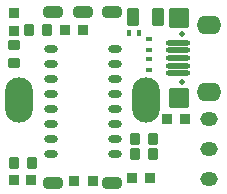
<source format=gbr>
%TF.GenerationSoftware,Altium Limited,Altium Designer,20.1.8 (145)*%
G04 Layer_Color=417716*
%FSLAX45Y45*%
%MOMM*%
%TF.SameCoordinates,AEC8D2B5-E39B-42F7-8311-7958ED8C9E32*%
%TF.FilePolarity,Negative*%
%TF.FileFunction,Soldermask,Bot*%
%TF.Part,Single*%
G01*
G75*
%TA.AperFunction,SMDPad,CuDef*%
G04:AMPARAMS|DCode=34|XSize=1.7mm|YSize=1.7mm|CornerRadius=0.058mm|HoleSize=0mm|Usage=FLASHONLY|Rotation=270.000|XOffset=0mm|YOffset=0mm|HoleType=Round|Shape=RoundedRectangle|*
%AMROUNDEDRECTD34*
21,1,1.70000,1.58400,0,0,270.0*
21,1,1.58400,1.70000,0,0,270.0*
1,1,0.11600,-0.79200,-0.79200*
1,1,0.11600,-0.79200,0.79200*
1,1,0.11600,0.79200,0.79200*
1,1,0.11600,0.79200,-0.79200*
%
%ADD34ROUNDEDRECTD34*%
%TA.AperFunction,ConnectorPad*%
G04:AMPARAMS|DCode=35|XSize=0.45mm|YSize=2.1mm|CornerRadius=0.225mm|HoleSize=0mm|Usage=FLASHONLY|Rotation=270.000|XOffset=0mm|YOffset=0mm|HoleType=Round|Shape=RoundedRectangle|*
%AMROUNDEDRECTD35*
21,1,0.45000,1.65000,0,0,270.0*
21,1,0.00000,2.10000,0,0,270.0*
1,1,0.45000,-0.82500,0.00000*
1,1,0.45000,-0.82500,0.00000*
1,1,0.45000,0.82500,0.00000*
1,1,0.45000,0.82500,0.00000*
%
%ADD35ROUNDEDRECTD35*%
%TA.AperFunction,SMDPad,CuDef*%
G04:AMPARAMS|DCode=36|XSize=0.5mm|YSize=0.4mm|CornerRadius=0.0515mm|HoleSize=0mm|Usage=FLASHONLY|Rotation=270.000|XOffset=0mm|YOffset=0mm|HoleType=Round|Shape=RoundedRectangle|*
%AMROUNDEDRECTD36*
21,1,0.50000,0.29700,0,0,270.0*
21,1,0.39700,0.40000,0,0,270.0*
1,1,0.10300,-0.14850,-0.19850*
1,1,0.10300,-0.14850,0.19850*
1,1,0.10300,0.14850,0.19850*
1,1,0.10300,0.14850,-0.19850*
%
%ADD36ROUNDEDRECTD36*%
G04:AMPARAMS|DCode=37|XSize=0.95mm|YSize=1.5mm|CornerRadius=0.05425mm|HoleSize=0mm|Usage=FLASHONLY|Rotation=180.000|XOffset=0mm|YOffset=0mm|HoleType=Round|Shape=RoundedRectangle|*
%AMROUNDEDRECTD37*
21,1,0.95000,1.39150,0,0,180.0*
21,1,0.84150,1.50000,0,0,180.0*
1,1,0.10850,-0.42075,0.69575*
1,1,0.10850,0.42075,0.69575*
1,1,0.10850,0.42075,-0.69575*
1,1,0.10850,-0.42075,-0.69575*
%
%ADD37ROUNDEDRECTD37*%
G04:AMPARAMS|DCode=38|XSize=0.9mm|YSize=0.8mm|CornerRadius=0.0535mm|HoleSize=0mm|Usage=FLASHONLY|Rotation=180.000|XOffset=0mm|YOffset=0mm|HoleType=Round|Shape=RoundedRectangle|*
%AMROUNDEDRECTD38*
21,1,0.90000,0.69300,0,0,180.0*
21,1,0.79300,0.80000,0,0,180.0*
1,1,0.10700,-0.39650,0.34650*
1,1,0.10700,0.39650,0.34650*
1,1,0.10700,0.39650,-0.34650*
1,1,0.10700,-0.39650,-0.34650*
%
%ADD38ROUNDEDRECTD38*%
G04:AMPARAMS|DCode=39|XSize=0.95mm|YSize=0.85mm|CornerRadius=0.05375mm|HoleSize=0mm|Usage=FLASHONLY|Rotation=90.000|XOffset=0mm|YOffset=0mm|HoleType=Round|Shape=RoundedRectangle|*
%AMROUNDEDRECTD39*
21,1,0.95000,0.74250,0,0,90.0*
21,1,0.84250,0.85000,0,0,90.0*
1,1,0.10750,0.37125,0.42125*
1,1,0.10750,0.37125,-0.42125*
1,1,0.10750,-0.37125,-0.42125*
1,1,0.10750,-0.37125,0.42125*
%
%ADD39ROUNDEDRECTD39*%
G04:AMPARAMS|DCode=40|XSize=0.9mm|YSize=0.8mm|CornerRadius=0.0535mm|HoleSize=0mm|Usage=FLASHONLY|Rotation=90.000|XOffset=0mm|YOffset=0mm|HoleType=Round|Shape=RoundedRectangle|*
%AMROUNDEDRECTD40*
21,1,0.90000,0.69300,0,0,90.0*
21,1,0.79300,0.80000,0,0,90.0*
1,1,0.10700,0.34650,0.39650*
1,1,0.10700,0.34650,-0.39650*
1,1,0.10700,-0.34650,-0.39650*
1,1,0.10700,-0.34650,0.39650*
%
%ADD40ROUNDEDRECTD40*%
%TA.AperFunction,ConnectorPad*%
G04:AMPARAMS|DCode=41|XSize=0.9mm|YSize=0.8mm|CornerRadius=0.0535mm|HoleSize=0mm|Usage=FLASHONLY|Rotation=90.000|XOffset=0mm|YOffset=0mm|HoleType=Round|Shape=RoundedRectangle|*
%AMROUNDEDRECTD41*
21,1,0.90000,0.69300,0,0,90.0*
21,1,0.79300,0.80000,0,0,90.0*
1,1,0.10700,0.34650,0.39650*
1,1,0.10700,0.34650,-0.39650*
1,1,0.10700,-0.34650,-0.39650*
1,1,0.10700,-0.34650,0.39650*
%
%ADD41ROUNDEDRECTD41*%
%TA.AperFunction,SMDPad,CuDef*%
G04:AMPARAMS|DCode=42|XSize=0.95mm|YSize=0.85mm|CornerRadius=0.05375mm|HoleSize=0mm|Usage=FLASHONLY|Rotation=0.000|XOffset=0mm|YOffset=0mm|HoleType=Round|Shape=RoundedRectangle|*
%AMROUNDEDRECTD42*
21,1,0.95000,0.74250,0,0,0.0*
21,1,0.84250,0.85000,0,0,0.0*
1,1,0.10750,0.42125,-0.37125*
1,1,0.10750,-0.42125,-0.37125*
1,1,0.10750,-0.42125,0.37125*
1,1,0.10750,0.42125,0.37125*
%
%ADD42ROUNDEDRECTD42*%
%ADD43O,1.15000X0.70000*%
G04:AMPARAMS|DCode=44|XSize=0.5mm|YSize=0.4mm|CornerRadius=0.0515mm|HoleSize=0mm|Usage=FLASHONLY|Rotation=180.000|XOffset=0mm|YOffset=0mm|HoleType=Round|Shape=RoundedRectangle|*
%AMROUNDEDRECTD44*
21,1,0.50000,0.29700,0,0,180.0*
21,1,0.39700,0.40000,0,0,180.0*
1,1,0.10300,-0.19850,0.14850*
1,1,0.10300,0.19850,0.14850*
1,1,0.10300,0.19850,-0.14850*
1,1,0.10300,-0.19850,-0.14850*
%
%ADD44ROUNDEDRECTD44*%
%TA.AperFunction,ComponentPad*%
%ADD45C,0.50000*%
%ADD46O,2.10000X1.60000*%
G04:AMPARAMS|DCode=47|XSize=1.2mm|YSize=1.5mm|CornerRadius=0.6mm|HoleSize=0mm|Usage=FLASHONLY|Rotation=270.000|XOffset=0mm|YOffset=0mm|HoleType=Round|Shape=RoundedRectangle|*
%AMROUNDEDRECTD47*
21,1,1.20000,0.30000,0,0,270.0*
21,1,0.00000,1.50000,0,0,270.0*
1,1,1.20000,-0.15000,0.00000*
1,1,1.20000,-0.15000,0.00000*
1,1,1.20000,0.15000,0.00000*
1,1,1.20000,0.15000,0.00000*
%
%ADD47ROUNDEDRECTD47*%
G04:AMPARAMS|DCode=48|XSize=2.35mm|YSize=3.85mm|CornerRadius=1.175mm|HoleSize=0mm|Usage=FLASHONLY|Rotation=180.000|XOffset=0mm|YOffset=0mm|HoleType=Round|Shape=RoundedRectangle|*
%AMROUNDEDRECTD48*
21,1,2.35000,1.50000,0,0,180.0*
21,1,0.00000,3.85000,0,0,180.0*
1,1,2.35000,0.00000,0.75000*
1,1,2.35000,0.00000,0.75000*
1,1,2.35000,0.00000,-0.75000*
1,1,2.35000,0.00000,-0.75000*
%
%ADD48ROUNDEDRECTD48*%
%ADD49O,2.35000X3.85000*%
%ADD50O,1.80000X1.10000*%
D34*
X1493800Y792000D02*
D03*
Y1472000D02*
D03*
D35*
X1486300Y1002000D02*
D03*
Y1067000D02*
D03*
Y1132000D02*
D03*
Y1262000D02*
D03*
Y1197000D02*
D03*
D36*
X1155529Y1342481D02*
D03*
X1065529D02*
D03*
D37*
X1103440Y1481440D02*
D03*
X1313440D02*
D03*
D38*
X91440Y1515340D02*
D03*
Y1365340D02*
D03*
D39*
X1271443Y449079D02*
D03*
X1116444D02*
D03*
X1271443Y317500D02*
D03*
X1116444D02*
D03*
X246219Y243840D02*
D03*
X91220D02*
D03*
X220982Y1371725D02*
D03*
X375982D02*
D03*
D40*
X1247128Y119489D02*
D03*
X1097128D02*
D03*
X241220Y100900D02*
D03*
X91220D02*
D03*
X678087Y1371725D02*
D03*
X528087D02*
D03*
X1539240Y614680D02*
D03*
X1389240D02*
D03*
D41*
X599540Y88857D02*
D03*
X764540D02*
D03*
D42*
X91440Y1089600D02*
D03*
Y1244600D02*
D03*
D43*
X948180Y1209040D02*
D03*
Y1082040D02*
D03*
Y955040D02*
D03*
Y828040D02*
D03*
Y701040D02*
D03*
Y574040D02*
D03*
Y447040D02*
D03*
Y320040D02*
D03*
X408180Y1209040D02*
D03*
Y1082040D02*
D03*
Y955040D02*
D03*
Y828040D02*
D03*
Y701040D02*
D03*
Y574040D02*
D03*
Y447040D02*
D03*
Y320040D02*
D03*
D44*
X1236980Y1035220D02*
D03*
Y1125220D02*
D03*
Y1294525D02*
D03*
Y1204525D02*
D03*
D45*
X1513800Y1332000D02*
D03*
Y932000D02*
D03*
D46*
X1748800Y849000D02*
D03*
Y1415000D02*
D03*
D47*
Y106680D02*
D03*
Y614680D02*
D03*
Y360680D02*
D03*
D48*
X1214500Y775500D02*
D03*
D49*
X139500D02*
D03*
D50*
X427000Y75500D02*
D03*
X927000D02*
D03*
X677000Y1525500D02*
D03*
X427000D02*
D03*
X927000D02*
D03*
%TF.MD5,cce606ab6871569ffbad0180f79b99f0*%
M02*

</source>
